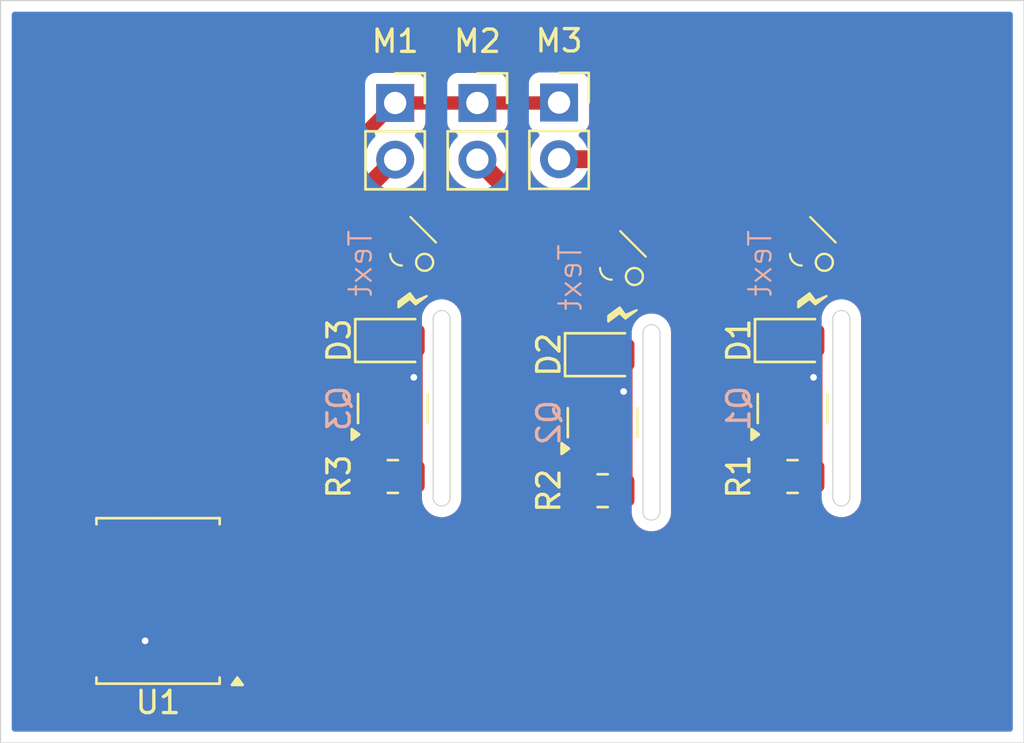
<source format=kicad_pcb>
(kicad_pcb (version 20240108) (generator "pcbnew") (generator_version "8.0")
  (layers (0 "F.Cu" signal) (31 "B.Cu" signal) (34 "B.Paste" user) (35 "F.Paste" user) (36 "B.SilkS" user "B.Silkscreen") (37 "F.SilkS" user "F.Silkscreen") (38 "B.Mask" user) (39 "F.Mask" user) (44 "Edge.Cuts" user))
  (net 0 "")
  (net 1 "/Sinking Digital2/Output")
  (net 2 "+3.3V")
  (net 3 "/Sinking Digital1/Output")
  (net 4 "/Sinking Digital/Output")
  (net 5 "GND")
  (net 6 "/Sinking Digital/Input")
  (net 7 "/Sinking Digital1/Input")
  (net 8 "/Sinking Digital2/Input")
  (footprint "Package_SO:SSOP-20_5.3x7.2mm_P0.65mm" (layer "F.Cu") (at 75.001 44.566 180)
    (property "Reference" "U1" (at 0 -4.55 180) (layer "F.SilkS"))
    (property "Value" "ATtiny1626-X")
    (fp_line (start 2.76 3.71) (end 2.76 3.435) (stroke (width 0.12)) (layer "F.SilkS"))
    (fp_line (start 2.76 -3.71) (end 2.76 -3.435) (stroke (width 0.12)) (layer "F.SilkS"))
    (fp_line (start 0 3.71) (end 2.76 3.71) (stroke (width 0.12)) (layer "F.SilkS"))
    (fp_line (start 0 3.71) (end -2.76 3.71) (stroke (width 0.12)) (layer "F.SilkS"))
    (fp_line (start 0 -3.71) (end 2.76 -3.71) (stroke (width 0.12)) (layer "F.SilkS"))
    (fp_line (start 0 -3.71) (end -2.76 -3.71) (stroke (width 0.12)) (layer "F.SilkS"))
    (fp_line (start -2.76 3.71) (end -2.76 3.435) (stroke (width 0.12)) (layer "F.SilkS"))
    (fp_line (start -2.76 -3.71) (end -2.76 -3.435) (stroke (width 0.12)) (layer "F.SilkS"))
    (fp_poly (pts (xy -3.55 -3.435) (xy -3.79 -3.765) (xy -3.309999 -3.765) (xy -3.55 -3.435)) (stroke (width 0.12)) (fill solid) (layer "F.SilkS"))
    (pad "1" smd roundrect (at -3.5 -2.925 180) (size 1.9 0.5) (layers "F.Cu" "F.Paste" "F.Mask") (net 2 "+3.3V"))
    (pad "2" smd roundrect (at -3.5 -2.275 180) (size 1.9 0.5) (layers "F.Cu" "F.Paste" "F.Mask"))
    (pad "3" smd roundrect (at -3.5 -1.625 180) (size 1.9 0.5) (layers "F.Cu" "F.Paste" "F.Mask"))
    (pad "4" smd roundrect (at -3.5 -0.975 180) (size 1.9 0.5) (layers "F.Cu" "F.Paste" "F.Mask"))
    (pad "5" smd roundrect (at -3.5 -0.325 180) (size 1.9 0.5) (layers "F.Cu" "F.Paste" "F.Mask"))
    (pad "6" smd roundrect (at -3.5 0.325 180) (size 1.9 0.5) (layers "F.Cu" "F.Paste" "F.Mask") (net 6 "/Sinking Digital/Input"))
    (pad "7" smd roundrect (at -3.5 0.975 180) (size 1.9 0.5) (layers "F.Cu" "F.Paste" "F.Mask") (net 7 "/Sinking Digital1/Input"))
    (pad "8" smd roundrect (at -3.5 1.625 180) (size 1.9 0.5) (layers "F.Cu" "F.Paste" "F.Mask") (net 8 "/Sinking Digital2/Input"))
    (pad "9" smd roundrect (at -3.5 2.275 180) (size 1.9 0.5) (layers "F.Cu" "F.Paste" "F.Mask"))
    (pad "10" smd roundrect (at -3.5 2.925 180) (size 1.9 0.5) (layers "F.Cu" "F.Paste" "F.Mask"))
    (pad "11" smd roundrect (at 3.5 2.925 180) (size 1.9 0.5) (layers "F.Cu" "F.Paste" "F.Mask"))
    (pad "12" smd roundrect (at 3.5 2.275 180) (size 1.9 0.5) (layers "F.Cu" "F.Paste" "F.Mask"))
    (pad "13" smd roundrect (at 3.5 1.625 180) (size 1.9 0.5) (layers "F.Cu" "F.Paste" "F.Mask"))
    (pad "14" smd roundrect (at 3.5 0.975 180) (size 1.9 0.5) (layers "F.Cu" "F.Paste" "F.Mask"))
    (pad "15" smd roundrect (at 3.5 0.325 180) (size 1.9 0.5) (layers "F.Cu" "F.Paste" "F.Mask"))
    (pad "16" smd roundrect (at 3.5 -0.325 180) (size 1.9 0.5) (layers "F.Cu" "F.Paste" "F.Mask"))
    (pad "17" smd roundrect (at 3.5 -0.975 180) (size 1.9 0.5) (layers "F.Cu" "F.Paste" "F.Mask"))
    (pad "18" smd roundrect (at 3.5 -1.625 180) (size 1.9 0.5) (layers "F.Cu" "F.Paste" "F.Mask"))
    (pad "19" smd roundrect (at 3.5 -2.275 180) (size 1.9 0.5) (layers "F.Cu" "F.Paste" "F.Mask"))
    (pad "20" smd roundrect (at 3.5 -2.925 180) (size 1.9 0.5) (layers "F.Cu" "F.Paste" "F.Mask") (net 5 "GND"))
  )
  (footprint "Diode_SMD:D_0805_2012Metric" (layer "F.Cu") (at 85.519501 32.893)
    (property "Reference" "D3" (at -2.413 0 -90) (layer "F.SilkS"))
    (property "Value" "D_Schottky_Small")
    (fp_line (start -1.684999 -0.96) (end -1.684999 0.96) (stroke (width 0.12)) (layer "F.SilkS"))
    (fp_line (start -1.684999 0.96) (end 1 0.96) (stroke (width 0.12)) (layer "F.SilkS"))
    (fp_line (start 1 -0.96) (end -1.684999 -0.96) (stroke (width 0.12)) (layer "F.SilkS"))
    (pad "1" smd roundrect (at -0.937501 0) (size 0.975 1.4) (layers "F.Cu" "F.Paste" "F.Mask") (net 1 "/Sinking Digital2/Output"))
    (pad "2" smd roundrect (at 0.937501 0) (size 0.975 1.4) (layers "F.Cu" "F.Paste" "F.Mask") (net 5 "GND"))
  )
  (footprint "Resistor_SMD:R_0805_2012Metric" (layer "F.Cu") (at 94.917501 39.624)
    (property "Reference" "R2" (at -2.413 0 -90) (layer "F.SilkS"))
    (property "Value" "10k")
    (fp_line (start -0.227064 -0.735) (end 0.227064 -0.735) (stroke (width 0.12)) (layer "F.SilkS"))
    (fp_line (start -0.227064 0.735) (end 0.227064 0.735) (stroke (width 0.12)) (layer "F.SilkS"))
    (pad "1" smd roundrect (at -0.9125 0) (size 1.025 1.4) (layers "F.Cu" "F.Paste" "F.Mask") (roundrect_rratio 0.243902) (net 7 "/Sinking Digital1/Input"))
    (pad "2" smd roundrect (at 0.9125 0) (size 1.025 1.4) (layers "F.Cu" "F.Paste" "F.Mask") (roundrect_rratio 0.243902) (net 5 "GND"))
  )
  (footprint "Package_TO_SOT_SMD:SOT-23" (layer "F.Cu") (at 94.917501 36.576 90)
    (property "Reference" "Q2" (at 0 -2.413 90) (layer "B.SilkS") (effects (justify mirror)))
    (property "Value" "MMBT2222A")
    (fp_line (start 0 -1.560001) (end 0.65 -1.56) (stroke (width 0.12)) (layer "F.SilkS"))
    (fp_line (start 0 -1.560001) (end -0.65 -1.56) (stroke (width 0.12)) (layer "F.SilkS"))
    (fp_line (start 0 1.560001) (end 0.65 1.56) (stroke (width 0.12)) (layer "F.SilkS"))
    (fp_line (start 0 1.560001) (end -0.65 1.56) (stroke (width 0.12)) (layer "F.SilkS"))
    (fp_poly (pts (xy -1.1625 -1.51) (xy -1.4025 -1.84) (xy -0.9225 -1.839999) (xy -1.1625 -1.51)) (stroke (width 0.12)) (fill solid) (layer "F.SilkS"))
    (pad "1" smd roundrect (at -0.9375 -0.95 90) (size 1.475 0.6) (layers "F.Cu" "F.Paste" "F.Mask") (net 7 "/Sinking Digital1/Input"))
    (pad "2" smd roundrect (at -0.9375 0.95 90) (size 1.475 0.6) (layers "F.Cu" "F.Paste" "F.Mask") (net 5 "GND"))
    (pad "3" smd roundrect (at 0.937501 0 90) (size 1.475 0.6) (layers "F.Cu" "F.Paste" "F.Mask") (net 3 "/Sinking Digital1/Output"))
  )
  (footprint "Connector_PinSocket_2.54mm:PinSocket_1x02_P2.54mm_Vertical" (layer "F.Cu") (at 89.306 22.245)
    (property "Reference" "M2" (at 0 -2.77 0) (layer "F.SilkS"))
    (property "Value" "Motor_DC" (hide yes))
    (fp_line (start -1.33 1.27) (end -1.33 3.87) (stroke (width 0.12)) (layer "F.SilkS"))
    (fp_line (start -1.33 1.27) (end 1.33 1.27) (stroke (width 0.12)) (layer "F.SilkS"))
    (fp_line (start -1.33 3.87) (end 1.33 3.87) (stroke (width 0.12)) (layer "F.SilkS"))
    (fp_line (start 0 -1.33) (end 1.33 -1.33) (stroke (width 0.12)) (layer "F.SilkS"))
    (fp_line (start 1.33 -1.33) (end 1.33 0) (stroke (width 0.12)) (layer "F.SilkS"))
    (fp_line (start 1.33 1.27) (end 1.33 3.87) (stroke (width 0.12)) (layer "F.SilkS"))
    (pad "1" thru_hole rect (at 0 0) (size 1.7 1.7) (drill 1) (layers "*.Cu" "*.Mask") (net 2 "+3.3V"))
    (pad "2" thru_hole oval (at 0 2.54) (size 1.7 1.7) (drill 1) (layers "*.Cu" "*.Mask") (net 3 "/Sinking Digital1/Output"))
  )
  (footprint "Resistor_SMD:R_0805_2012Metric" (layer "F.Cu") (at 85.519501 38.989)
    (property "Reference" "R3" (at -2.413 0 -90) (layer "F.SilkS"))
    (property "Value" "10k")
    (fp_line (start -0.227064 -0.735) (end 0.227064 -0.735) (stroke (width 0.12)) (layer "F.SilkS"))
    (fp_line (start -0.227064 0.735) (end 0.227064 0.735) (stroke (width 0.12)) (layer "F.SilkS"))
    (pad "1" smd roundrect (at -0.9125 0) (size 1.025 1.4) (layers "F.Cu" "F.Paste" "F.Mask") (roundrect_rratio 0.243902) (net 8 "/Sinking Digital2/Input"))
    (pad "2" smd roundrect (at 0.9125 0) (size 1.025 1.4) (layers "F.Cu" "F.Paste" "F.Mask") (roundrect_rratio 0.243902) (net 5 "GND"))
  )
  (footprint "Diode_SMD:D_0805_2012Metric" (layer "F.Cu") (at 94.917501 33.528)
    (property "Reference" "D2" (at -2.413 0 -90) (layer "F.SilkS"))
    (property "Value" "D_Schottky_Small")
    (fp_line (start -1.684999 -0.96) (end -1.684999 0.96) (stroke (width 0.12)) (layer "F.SilkS"))
    (fp_line (start -1.684999 0.96) (end 1 0.96) (stroke (width 0.12)) (layer "F.SilkS"))
    (fp_line (start 1 -0.96) (end -1.684999 -0.96) (stroke (width 0.12)) (layer "F.SilkS"))
    (pad "1" smd roundrect (at -0.937501 0) (size 0.975 1.4) (layers "F.Cu" "F.Paste" "F.Mask") (net 3 "/Sinking Digital1/Output"))
    (pad "2" smd roundrect (at 0.937501 0) (size 0.975 1.4) (layers "F.Cu" "F.Paste" "F.Mask") (net 5 "GND"))
  )
  (footprint "Package_TO_SOT_SMD:SOT-23" (layer "F.Cu") (at 103.426501 35.941 90)
    (property "Reference" "Q1" (at 0 -2.413 90) (layer "B.SilkS") (effects (justify mirror)))
    (property "Value" "MMBT2222A")
    (fp_line (start 0 -1.560001) (end 0.65 -1.56) (stroke (width 0.12)) (layer "F.SilkS"))
    (fp_line (start 0 -1.560001) (end -0.65 -1.56) (stroke (width 0.12)) (layer "F.SilkS"))
    (fp_line (start 0 1.560001) (end 0.65 1.56) (stroke (width 0.12)) (layer "F.SilkS"))
    (fp_line (start 0 1.560001) (end -0.65 1.56) (stroke (width 0.12)) (layer "F.SilkS"))
    (fp_poly (pts (xy -1.1625 -1.51) (xy -1.4025 -1.84) (xy -0.9225 -1.839999) (xy -1.1625 -1.51)) (stroke (width 0.12)) (fill solid) (layer "F.SilkS"))
    (pad "1" smd roundrect (at -0.9375 -0.95 90) (size 1.475 0.6) (layers "F.Cu" "F.Paste" "F.Mask") (net 6 "/Sinking Digital/Input"))
    (pad "2" smd roundrect (at -0.9375 0.95 90) (size 1.475 0.6) (layers "F.Cu" "F.Paste" "F.Mask") (net 5 "GND"))
    (pad "3" smd roundrect (at 0.937501 0 90) (size 1.475 0.6) (layers "F.Cu" "F.Paste" "F.Mask") (net 4 "/Sinking Digital/Output"))
  )
  (footprint "Package_TO_SOT_SMD:SOT-23" (layer "F.Cu") (at 85.519501 35.941 90)
    (property "Reference" "Q3" (at 0 -2.413 90) (layer "B.SilkS") (effects (justify mirror)))
    (property "Value" "MMBT2222A")
    (fp_line (start 0 -1.560001) (end 0.65 -1.56) (stroke (width 0.12)) (layer "F.SilkS"))
    (fp_line (start 0 -1.560001) (end -0.65 -1.56) (stroke (width 0.12)) (layer "F.SilkS"))
    (fp_line (start 0 1.560001) (end 0.65 1.56) (stroke (width 0.12)) (layer "F.SilkS"))
    (fp_line (start 0 1.560001) (end -0.65 1.56) (stroke (width 0.12)) (layer "F.SilkS"))
    (fp_poly (pts (xy -1.1625 -1.51) (xy -1.4025 -1.84) (xy -0.9225 -1.839999) (xy -1.1625 -1.51)) (stroke (width 0.12)) (fill solid) (layer "F.SilkS"))
    (pad "1" smd roundrect (at -0.9375 -0.95 90) (size 1.475 0.6) (layers "F.Cu" "F.Paste" "F.Mask") (net 8 "/Sinking Digital2/Input"))
    (pad "2" smd roundrect (at -0.9375 0.95 90) (size 1.475 0.6) (layers "F.Cu" "F.Paste" "F.Mask") (net 5 "GND"))
    (pad "3" smd roundrect (at 0.937501 0 90) (size 1.475 0.6) (layers "F.Cu" "F.Paste" "F.Mask") (net 1 "/Sinking Digital2/Output"))
  )
  (footprint "Connector_PinSocket_2.54mm:PinSocket_1x02_P2.54mm_Vertical" (layer "F.Cu") (at 92.964 22.225)
    (property "Reference" "M3" (at 0 -2.77 0) (layer "F.SilkS"))
    (property "Value" "Motor_DC" (hide yes))
    (fp_line (start -1.33 1.27) (end -1.33 3.87) (stroke (width 0.12)) (layer "F.SilkS"))
    (fp_line (start -1.33 1.27) (end 1.33 1.27) (stroke (width 0.12)) (layer "F.SilkS"))
    (fp_line (start -1.33 3.87) (end 1.33 3.87) (stroke (width 0.12)) (layer "F.SilkS"))
    (fp_line (start 0 -1.33) (end 1.33 -1.33) (stroke (width 0.12)) (layer "F.SilkS"))
    (fp_line (start 1.33 -1.33) (end 1.33 0) (stroke (width 0.12)) (layer "F.SilkS"))
    (fp_line (start 1.33 1.27) (end 1.33 3.87) (stroke (width 0.12)) (layer "F.SilkS"))
    (pad "1" thru_hole rect (at 0 0) (size 1.7 1.7) (drill 1) (layers "*.Cu" "*.Mask") (net 2 "+3.3V"))
    (pad "2" thru_hole oval (at 0 2.54) (size 1.7 1.7) (drill 1) (layers "*.Cu" "*.Mask") (net 4 "/Sinking Digital/Output"))
  )
  (footprint "Diode_SMD:D_0805_2012Metric" (layer "F.Cu") (at 103.426501 32.893)
    (property "Reference" "D1" (at -2.413 0 -90) (layer "F.SilkS"))
    (property "Value" "D_Schottky_Small")
    (fp_line (start -1.684999 -0.96) (end -1.684999 0.96) (stroke (width 0.12)) (layer "F.SilkS"))
    (fp_line (start -1.684999 0.96) (end 1 0.96) (stroke (width 0.12)) (layer "F.SilkS"))
    (fp_line (start 1 -0.96) (end -1.684999 -0.96) (stroke (width 0.12)) (layer "F.SilkS"))
    (pad "1" smd roundrect (at -0.937501 0) (size 0.975 1.4) (layers "F.Cu" "F.Paste" "F.Mask") (net 4 "/Sinking Digital/Output"))
    (pad "2" smd roundrect (at 0.937501 0) (size 0.975 1.4) (layers "F.Cu" "F.Paste" "F.Mask") (net 5 "GND"))
  )
  (footprint "Resistor_SMD:R_0805_2012Metric" (layer "F.Cu") (at 103.426501 38.989)
    (property "Reference" "R1" (at -2.413 0 -90) (layer "F.SilkS"))
    (property "Value" "10k")
    (fp_line (start -0.227064 -0.735) (end 0.227064 -0.735) (stroke (width 0.12)) (layer "F.SilkS"))
    (fp_line (start -0.227064 0.735) (end 0.227064 0.735) (stroke (width 0.12)) (layer "F.SilkS"))
    (pad "1" smd roundrect (at -0.9125 0) (size 1.025 1.4) (layers "F.Cu" "F.Paste" "F.Mask") (roundrect_rratio 0.243902) (net 6 "/Sinking Digital/Input"))
    (pad "2" smd roundrect (at 0.9125 0) (size 1.025 1.4) (layers "F.Cu" "F.Paste" "F.Mask") (roundrect_rratio 0.243902) (net 5 "GND"))
  )
  (footprint "Connector_PinSocket_2.54mm:PinSocket_1x02_P2.54mm_Vertical" (layer "F.Cu") (at 85.623 22.245)
    (property "Reference" "M1" (at 0 -2.77 0) (layer "F.SilkS"))
    (property "Value" "Motor_DC" (hide yes))
    (fp_line (start -1.33 1.27) (end -1.33 3.87) (stroke (width 0.12)) (layer "F.SilkS"))
    (fp_line (start -1.33 1.27) (end 1.33 1.27) (stroke (width 0.12)) (layer "F.SilkS"))
    (fp_line (start -1.33 3.87) (end 1.33 3.87) (stroke (width 0.12)) (layer "F.SilkS"))
    (fp_line (start 0 -1.33) (end 1.33 -1.33) (stroke (width 0.12)) (layer "F.SilkS"))
    (fp_line (start 1.33 -1.33) (end 1.33 0) (stroke (width 0.12)) (layer "F.SilkS"))
    (fp_line (start 1.33 1.27) (end 1.33 3.87) (stroke (width 0.12)) (layer "F.SilkS"))
    (pad "1" thru_hole rect (at 0 0) (size 1.7 1.7) (drill 1) (layers "*.Cu" "*.Mask") (net 2 "+3.3V"))
    (pad "2" thru_hole oval (at 0 2.54) (size 1.7 1.7) (drill 1) (layers "*.Cu" "*.Mask") (net 1 "/Sinking Digital2/Output"))
  )
  (gr_arc (start 103.832901 29.530434) (mid 103.462636 29.377065) (end 103.309267 29.0068) (stroke (width 0.1)) (layer "F.SilkS"))
  (gr_circle (center 104.848901 29.3878) (end 104.467901 29.3878) (stroke (width 0.1)) (fill none) (layer "F.SilkS"))
  (gr_arc (start 95.323901 30.165434) (mid 94.953636 30.012065) (end 94.800267 29.6418) (stroke (width 0.1)) (layer "F.SilkS"))
  (gr_poly (pts (xy 95.168689 32.040349) (xy 95.676689 31.659349) (xy 95.93588 31.908158) (xy 96.438689 31.532349) (xy 95.933501 31.75) (xy 95.679916 31.408576) (xy 95.168689 31.786349)) (stroke (width 0.1)) (fill solid) (layer "F.SilkS"))
  (gr_circle (center 86.941901 29.3878) (end 86.560901 29.3878) (stroke (width 0.1)) (fill none) (layer "F.SilkS"))
  (gr_circle (center 96.339901 30.0228) (end 95.958901 30.0228) (stroke (width 0.1)) (fill none) (layer "F.SilkS"))
  (gr_line (start 95.704901 27.9908) (end 96.847901 29.1338) (stroke (width 0.1)) (layer "F.SilkS"))
  (gr_circle (center 86.941901 29.3878) (end 86.560901 29.3878) (stroke (width 0.1)) (fill none) (layer "F.SilkS"))
  (gr_line (start 86.306901 27.3558) (end 87.449901 28.4988) (stroke (width 0.1)) (layer "F.SilkS"))
  (gr_circle (center 104.848901 29.3878) (end 104.467901 29.3878) (stroke (width 0.1)) (fill none) (layer "F.SilkS"))
  (gr_circle (center 96.339901 30.0228) (end 95.958901 30.0228) (stroke (width 0.1)) (fill none) (layer "F.SilkS"))
  (gr_poly (pts (xy 85.770689 31.405349) (xy 86.278689 31.024349) (xy 86.53788 31.273158) (xy 87.040689 30.897349) (xy 86.535501 31.115) (xy 86.281916 30.773576) (xy 85.770689 31.151349)) (stroke (width 0.1)) (fill solid) (layer "F.SilkS"))
  (gr_poly (pts (xy 103.677689 31.405349) (xy 104.185689 31.024349) (xy 104.44488 31.273158) (xy 104.947689 30.897349) (xy 104.442501 31.115) (xy 104.188916 30.773576) (xy 103.677689 31.151349)) (stroke (width 0.1)) (fill solid) (layer "F.SilkS"))
  (gr_line (start 104.213901 27.3558) (end 105.356901 28.4988) (stroke (width 0.1)) (layer "F.SilkS"))
  (gr_arc (start 85.925901 29.530434) (mid 85.555636 29.377065) (end 85.402267 29.0068) (stroke (width 0.1)) (layer "F.SilkS"))
  (gr_arc (start 88.084901 39.9288) (mid 87.703901 40.3098) (end 87.322901 39.9288) (stroke (width 0.05)) (layer "Edge.Cuts"))
  (gr_arc (start 87.322901 31.9278) (mid 87.703901 31.5468) (end 88.084901 31.9278) (stroke (width 0.05)) (layer "Edge.Cuts"))
  (gr_line (start 105.991901 31.9278) (end 105.991901 39.9288) (stroke (width 0.05)) (layer "Edge.Cuts"))
  (gr_arc (start 97.482901 40.5638) (mid 97.101901 40.9448) (end 96.720901 40.5638) (stroke (width 0.05)) (layer "Edge.Cuts"))
  (gr_line (start 97.482901 32.5628) (end 97.482901 40.5638) (stroke (width 0.05)) (layer "Edge.Cuts"))
  (gr_line (start 88.084901 31.9278) (end 88.084901 39.9288) (stroke (width 0.05)) (layer "Edge.Cuts"))
  (gr_line (start 96.720901 40.5638) (end 96.720901 32.5628) (stroke (width 0.05)) (layer "Edge.Cuts"))
  (gr_line (start 87.322901 39.9288) (end 87.322901 31.9278) (stroke (width 0.05)) (layer "Edge.Cuts"))
  (gr_arc (start 105.229901 31.9278) (mid 105.610901 31.5468) (end 105.991901 31.9278) (stroke (width 0.05)) (layer "Edge.Cuts"))
  (gr_rect (start 67.945 17.653) (end 113.792 50.927) (stroke (width 0.05)) (fill none) (layer "Edge.Cuts"))
  (gr_line (start 105.229901 39.9288) (end 105.229901 31.9278) (stroke (width 0.05)) (layer "Edge.Cuts"))
  (gr_arc (start 96.720901 32.5628) (mid 97.101901 32.1818) (end 97.482901 32.5628) (stroke (width 0.05)) (layer "Edge.Cuts"))
  (gr_arc (start 105.991901 39.9288) (mid 105.610901 40.3098) (end 105.229901 39.9288) (stroke (width 0.05)) (layer "Edge.Cuts"))
  (gr_text "Text" (at 102.562901 27.8638 90) (layer "B.SilkS") (effects (font (size 1 1) (thickness 0.1)) (justify left bottom mirror)))
  (gr_text "Text" (at 94.053901 28.4988 90) (layer "B.SilkS") (effects (font (size 1 1) (thickness 0.1)) (justify left bottom mirror)))
  (gr_text "Text" (at 84.655901 27.8638 90) (layer "B.SilkS") (effects (font (size 1 1) (thickness 0.1)) (justify left bottom mirror)))
  (segment (start 84.582 34.128498) (end 85.457002 35.0035) (width 0.8) (layer "F.Cu") (net 1))
  (segment (start 84.594499 25.813501) (end 85.623 24.785) (width 0.8) (layer "F.Cu") (net 1))
  (segment (start 84.594499 32.9305) (end 84.594499 25.813501) (width 0.8) (layer "F.Cu") (net 1))
  (segment (start 84.582 32.893) (end 84.582 34.128498) (width 0.8) (layer "F.Cu") (net 1))
  (segment (start 92.944 22.245) (end 85.623 22.245) (width 0.6) (layer "F.Cu") (net 2))
  (segment (start 76.435 49.657) (end 78.501 47.591) (width 0.6) (layer "F.Cu") (net 2))
  (segment (start 92.964 22.225) (end 92.944 22.245) (width 0.6) (layer "F.Cu") (net 2))
  (segment (start 69.342 49.657) (end 76.435 49.657) (width 0.6) (layer "F.Cu") (net 2))
  (segment (start 85.623 22.245) (end 69.342 38.526) (width 0.6) (layer "F.Cu") (net 2))
  (segment (start 69.342 38.526) (end 69.342 49.657) (width 0.6) (layer "F.Cu") (net 2))
  (segment (start 93.98 33.528) (end 93.98 29.459) (width 0.8) (layer "F.Cu") (net 3))
  (segment (start 93.98 34.763498) (end 94.855002 35.6385) (width 0.8) (layer "F.Cu") (net 3))
  (segment (start 93.98 29.459) (end 89.306 24.785) (width 0.8) (layer "F.Cu") (net 3))
  (segment (start 93.98 33.528) (end 93.98 34.763498) (width 0.8) (layer "F.Cu") (net 3))
  (segment (start 102.489 34.128498) (end 103.364002 35.0035) (width 0.8) (layer "F.Cu") (net 4))
  (segment (start 102.628499 32.8445) (end 94.548999 24.765) (width 0.8) (layer "F.Cu") (net 4))
  (segment (start 94.548999 24.765) (end 92.964 24.765) (width 0.8) (layer "F.Cu") (net 4))
  (segment (start 102.489 32.893) (end 102.489 34.128498) (width 0.8) (layer "F.Cu") (net 4))
  (segment (start 86.457002 32.893) (end 86.457002 38.963999) (width 0.8) (layer "F.Cu") (net 5))
  (segment (start 74.422 46.355) (end 73.286 47.491) (width 0.4) (layer "F.Cu") (net 5))
  (segment (start 104.364002 38.963999) (end 104.339001 38.989) (width 0.8) (layer "F.Cu") (net 5))
  (segment (start 95.855002 33.528) (end 95.855002 39.598999) (width 0.8) (layer "F.Cu") (net 5))
  (segment (start 104.364002 32.893) (end 104.364002 38.963999) (width 0.8) (layer "F.Cu") (net 5))
  (segment (start 95.855002 39.598999) (end 95.830001 39.624) (width 0.8) (layer "F.Cu") (net 5))
  (segment (start 73.286 47.491) (end 71.501 47.491) (width 0.4) (layer "F.Cu") (net 5))
  (segment (start 86.457002 38.963999) (end 86.432001 38.989) (width 0.8) (layer "F.Cu") (net 5))
  (via (at 95.855002 35.179) (size 0.6) (drill 0.3) (layers "F.Cu" "B.Cu") (net 5))
  (via (at 86.457002 34.544) (size 0.6) (drill 0.3) (layers "F.Cu" "B.Cu") (net 5))
  (via (at 104.364002 34.544) (size 0.6) (drill 0.3) (layers "F.Cu" "B.Cu") (net 5))
  (via (at 74.422 46.355) (size 0.6) (drill 0.3) (layers "F.Cu" "B.Cu") (net 5))
  (segment (start 78.501 44.241) (end 97.353 44.241) (width 0.4) (layer "F.Cu") (net 6))
  (segment (start 97.353 44.241) (end 102.6535 38.9405) (width 0.4) (layer "F.Cu") (net 6))
  (segment (start 102.476501 36.8785) (end 102.476501 38.9515) (width 0.8) (layer "F.Cu") (net 6))
  (segment (start 102.476501 38.9515) (end 102.514001 38.989) (width 0.8) (layer "F.Cu") (net 6))
  (segment (start 78.501 43.591) (end 90.038001 43.591) (width 0.4) (layer "F.Cu") (net 7))
  (segment (start 93.967501 37.5135) (end 93.967501 39.5865) (width 0.8) (layer "F.Cu") (net 7))
  (segment (start 90.038001 43.591) (end 94.005001 39.624) (width 0.4) (layer "F.Cu") (net 7))
  (segment (start 93.967501 39.5865) (end 94.005001 39.624) (width 0.8) (layer "F.Cu") (net 7))
  (segment (start 84.569501 38.9515) (end 84.607001 38.989) (width 0.8) (layer "F.Cu") (net 8))
  (segment (start 80.705 42.941) (end 84.6195 39.0265) (width 0.4) (layer "F.Cu") (net 8))
  (segment (start 78.501 42.941) (end 80.705 42.941) (width 0.4) (layer "F.Cu") (net 8))
  (segment (start 84.569501 36.8785) (end 84.569501 38.9515) (width 0.8) (layer "F.Cu") (net 8))
  (zone (net 6) (net_name "/Sinking Digital/Input") (layer "F.Cu") (priority 1) (connect_pads (clearance 0)) (min_thickness 0.25) (fill yes (thermal_gap 0.5) (thermal_bridge_width 0.5))
    (polygon (pts (xy 103.578901 36.3728) (xy 101.038901 34.0868) (xy 101.038901 40.8178) (xy 103.578901 40.8178)))
  )
  (zone (net 5) (net_name "GND") (layer "F.Cu") (connect_pads (clearance 0.5)) (min_thickness 0.25) (fill yes (thermal_gap 0.5) (thermal_bridge_width 0.5))
    (polygon (pts (xy 107.315 18.669) (xy 107.442 45.085) (xy 79.883 45.72) (xy 79.756 18.669)))
  )
  (zone (net 8) (net_name "/Sinking Digital2/Input") (layer "F.Cu") (priority 1) (connect_pads (clearance 0)) (min_thickness 0.25) (fill yes (thermal_gap 0.5) (thermal_bridge_width 0.5))
    (polygon (pts (xy 85.671901 36.3728) (xy 83.131901 34.0868) (xy 83.131901 40.8178) (xy 85.671901 40.8178)))
  )
  (zone (net 7) (net_name "/Sinking Digital1/Input") (layer "F.Cu") (priority 1) (connect_pads (clearance 0)) (min_thickness 0.25) (fill yes (thermal_gap 0.5) (thermal_bridge_width 0.5))
    (polygon (pts (xy 95.069901 37.0078) (xy 92.529901 34.7218) (xy 92.529901 41.4528) (xy 95.069901 41.4528)))
  )
  (zone (net 5) (net_name "GND") (layer "B.Cu") (priority 1) (connect_pads (clearance 0.5)) (min_thickness 0.25) (fill yes (thermal_gap 0.5) (thermal_bridge_width 0.5))
    (polygon (pts (xy 67.945 17.653) (xy 113.792 17.653) (xy 113.792 50.927) (xy 67.957994 50.939994)))
  )
)
</source>
